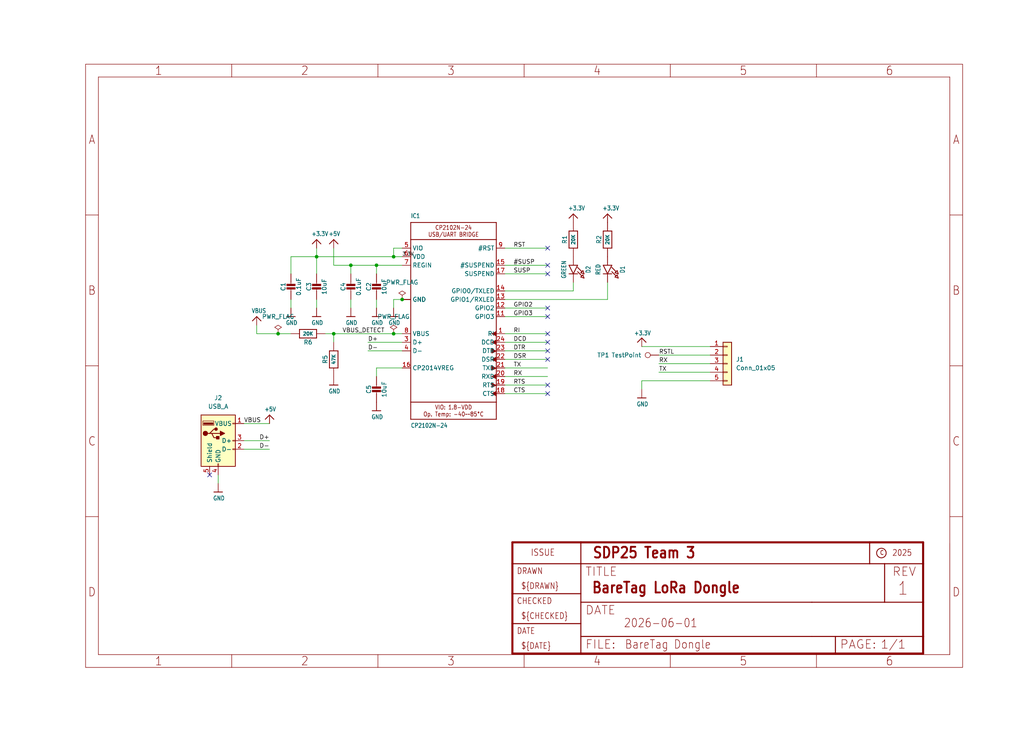
<source format=kicad_sch>
(kicad_sch (version 20231120) (generator "eeschema") (generator_version "8.0")
  (paper "User" 303.962 217.322)
  (title_block (title "BareTag LoRa Dongle") (date "2025-01-16") (rev "v1") (company "SDP25 Team 3"))
  (lib_symbols
    (symbol "Adafruit CP2102N Friend-eagle-import:microbuilder_3.3V" (power)
      (symbol "microbuilder_3.3V_1_0"
        (polyline (pts (xy -1.27 -1.27) (xy 0 0)) (stroke (width 0.254)))
        (polyline (pts (xy 0 0) (xy 1.27 -1.27)) (stroke (width 0.254)))
        (pin power_in line (at 0 -2.54 90) (length 2.54) (name "3.3V") (number "1"))
      )
    )
    (symbol "Adafruit CP2102N Friend-eagle-import:microbuilder_CAP_CERAMIC0603_NO"
      (property "Reference" "C" (at -2.29 1.25 90))
      (symbol "microbuilder_CAP_CERAMIC0603_NO_1_0"
        (rectangle (start -1.27 0.508) (end 1.27 1.016) (fill (type outline)))
        (rectangle (start -1.27 1.524) (end 1.27 2.032) (fill (type outline)))
        (polyline (pts (xy 0 0.762) (xy 0 0)) (stroke (width 0.1524)))
        (polyline (pts (xy 0 2.54) (xy 0 1.778)) (stroke (width 0.1524)))
        (pin passive line (at 0 5.08 270) (length 2.54) (name "1") (number "1"))
        (pin passive line (at 0 -2.54 90) (length 2.54) (name "2") (number "2"))
      )
    )
    (symbol "Adafruit CP2102N Friend-eagle-import:microbuilder_CAP_CERAMIC0805-NOOUTLINE"
      (property "Reference" "C" (at -2.29 1.25 90))
      (symbol "microbuilder_CAP_CERAMIC0805-NOOUTLINE_1_0"
        (rectangle (start -1.27 0.508) (end 1.27 1.016) (fill (type outline)))
        (rectangle (start -1.27 1.524) (end 1.27 2.032) (fill (type outline)))
        (polyline (pts (xy 0 0.762) (xy 0 0)) (stroke (width 0.1524)))
        (polyline (pts (xy 0 2.54) (xy 0 1.778)) (stroke (width 0.1524)))
        (pin passive line (at 0 5.08 270) (length 2.54) (name "1") (number "1"))
        (pin passive line (at 0 -2.54 90) (length 2.54) (name "2") (number "2"))
      )
    )
    (symbol "Adafruit CP2102N Friend-eagle-import:microbuilder_CP2102N-24"
      (property "Reference" "IC1" (at -12.7 29.21 0))
      (property "Value" "CP2102N-24" (at -12.7 -33.02 0))
      (symbol "microbuilder_CP2102N-24_1_0"
        (polyline (pts (xy -12.7 -30.48) (xy 12.7 -30.48)) (stroke (width 0.254)))
        (polyline (pts (xy -12.7 -25.4) (xy -12.7 -30.48)) (stroke (width 0.254)))
        (polyline (pts (xy -12.7 -25.4) (xy -12.7 22.86)) (stroke (width 0.254)))
        (polyline (pts (xy -12.7 22.86) (xy -12.7 27.94)) (stroke (width 0.254)))
        (polyline (pts (xy -12.7 22.86) (xy 12.7 22.86)) (stroke (width 0.254)))
        (polyline (pts (xy -12.7 27.94) (xy 12.7 27.94)) (stroke (width 0.254)))
        (polyline (pts (xy 12.7 -30.48) (xy 12.7 -25.4)) (stroke (width 0.254)))
        (polyline (pts (xy 12.7 -25.4) (xy -12.7 -25.4)) (stroke (width 0.254)))
        (polyline (pts (xy 12.7 22.86) (xy 12.7 -25.4)) (stroke (width 0.254)))
        (polyline (pts (xy 12.7 27.94) (xy 12.7 22.86)) (stroke (width 0.254)))
        (polyline (pts (xy 11.43 -19.685) (xy 11.43 -20.955) (xy 12.7 -20.32)) (stroke (width 0.254)) (fill (type outline)))
        (polyline (pts (xy 11.43 -14.605) (xy 11.43 -15.875) (xy 12.7 -15.24)) (stroke (width 0.254)) (fill (type outline)))
        (polyline (pts (xy 11.43 -9.525) (xy 11.43 -10.795) (xy 12.7 -10.16)) (stroke (width 0.254)) (fill (type outline)))
        (polyline (pts (xy 12.7 -22.225) (xy 11.43 -22.86) (xy 12.7 -23.495)) (stroke (width 0.254)) (fill (type outline)))
        (polyline (pts (xy 12.7 -17.145) (xy 11.43 -17.78) (xy 12.7 -18.415)) (stroke (width 0.254)) (fill (type outline)))
        (polyline (pts (xy 12.7 -12.065) (xy 11.43 -12.7) (xy 12.7 -13.335)) (stroke (width 0.254)) (fill (type outline)))
        (polyline (pts (xy 12.7 -6.985) (xy 11.43 -7.62) (xy 12.7 -8.255)) (stroke (width 0.254)) (fill (type outline)))
        (polyline (pts (xy 12.7 -4.445) (xy 11.43 -5.08) (xy 12.7 -5.715)) (stroke (width 0.254)) (fill (type outline)))
        (text "CP2102N-24\nUSB/UART BRIDGE" (at 0 25.4 0) (effects (font (size 1.27 1.0795))))
        (text "VIO: 1.8-VDD\nOp. Temp: -40~~85°C" (at 0 -27.94 0) (effects (font (size 1.27 1.0795))))
        (pin input line (at 15.24 -5.08 180) (length 2.54) (name "RI") (number "1"))
        (pin bidirectional line (at 15.24 0 180) (length 2.54) (name "GPIO3") (number "11"))
        (pin bidirectional line (at 15.24 2.54 180) (length 2.54) (name "GPIO2") (number "12"))
        (pin bidirectional line (at 15.24 5.08 180) (length 2.54) (name "GPIO1/RXLED") (number "13"))
        (pin bidirectional line (at 15.24 7.62 180) (length 2.54) (name "GPIO0/TXLED") (number "14"))
        (pin output line (at 15.24 15.24 180) (length 2.54) (name "#SUSPEND") (number "15"))
        (pin passive line (at -15.24 -15.24 0) (length 2.54) (name "CP2014VREG") (number "16"))
        (pin output line (at 15.24 12.7 180) (length 2.54) (name "SUSPEND") (number "17"))
        (pin input line (at 15.24 -22.86 180) (length 2.54) (name "CTS") (number "18"))
        (pin output line (at 15.24 -20.32 180) (length 2.54) (name "RTS") (number "19"))
        (pin power_in line (at -15.24 5.08 0) (length 2.54) (name "GND") (number "2"))
        (pin input line (at 15.24 -17.78 180) (length 2.54) (name "RXD") (number "20"))
        (pin output line (at 15.24 -15.24 180) (length 2.54) (name "TXD") (number "21"))
        (pin input line (at 15.24 -12.7 180) (length 2.54) (name "DSR") (number "22"))
        (pin output line (at 15.24 -10.16 180) (length 2.54) (name "DTR") (number "23"))
        (pin input line (at 15.24 -7.62 180) (length 2.54) (name "DCD") (number "24"))
        (pin bidirectional line (at -15.24 -7.62 0) (length 2.54) (name "D+") (number "3"))
        (pin bidirectional line (at -15.24 -10.16 0) (length 2.54) (name "D-") (number "4"))
        (pin power_in line (at -15.24 20.32 0) (length 2.54) (name "VIO") (number "5"))
        (pin power_out line (at -15.24 17.78 0) (length 2.54) (name "VDD") (number "6"))
        (pin power_in line (at -15.24 15.24 0) (length 2.54) (name "REGIN") (number "7"))
        (pin power_in line (at -15.24 -5.08 0) (length 2.54) (name "VBUS") (number "8"))
        (pin bidirectional line (at 15.24 20.32 180) (length 2.54) (name "#RST") (number "9"))
        (pin power_in line (at -15.24 5.08 0) (length 2.54) (name "GND") (number "THERM"))
      )
    )
    (symbol "Adafruit CP2102N Friend-eagle-import:microbuilder_FRAME_A4"
      (symbol "microbuilder_FRAME_A4_1_0"
        (polyline (pts (xy 0 44.7675) (xy 3.81 44.7675)))
        (polyline (pts (xy 0 89.535) (xy 3.81 89.535)))
        (polyline (pts (xy 0 134.3025) (xy 3.81 134.3025)))
        (polyline (pts (xy 3.81 3.81) (xy 3.81 175.26)))
        (polyline (pts (xy 43.3917 0) (xy 43.3917 3.81)))
        (polyline (pts (xy 43.3917 175.26) (xy 43.3917 179.07)))
        (polyline (pts (xy 86.7833 0) (xy 86.7833 3.81)))
        (polyline (pts (xy 86.7833 175.26) (xy 86.7833 179.07)))
        (polyline (pts (xy 130.175 0) (xy 130.175 3.81)))
        (polyline (pts (xy 130.175 175.26) (xy 130.175 179.07)))
        (polyline (pts (xy 173.5667 0) (xy 173.5667 3.81)))
        (polyline (pts (xy 173.5667 175.26) (xy 173.5667 179.07)))
        (polyline (pts (xy 216.9583 0) (xy 216.9583 3.81)))
        (polyline (pts (xy 216.9583 175.26) (xy 216.9583 179.07)))
        (polyline (pts (xy 256.54 3.81) (xy 3.81 3.81)))
        (polyline (pts (xy 256.54 3.81) (xy 256.54 8.89)) (stroke (width 0.1016)))
        (polyline (pts (xy 256.54 3.81) (xy 256.54 175.26)))
        (polyline (pts (xy 256.54 8.89) (xy 256.54 13.97)) (stroke (width 0.1016)))
        (polyline (pts (xy 256.54 13.97) (xy 256.54 19.05)) (stroke (width 0.1016)))
        (polyline (pts (xy 256.54 19.05) (xy 256.54 36.83)) (stroke (width 0.1016)))
        (polyline (pts (xy 256.54 44.7675) (xy 260.35 44.7675)))
        (polyline (pts (xy 256.54 89.535) (xy 260.35 89.535)))
        (polyline (pts (xy 256.54 134.3025) (xy 260.35 134.3025)))
        (polyline (pts (xy 256.54 175.26) (xy 3.81 175.26)))
        (polyline (pts (xy 0 0) (xy 260.35 0) (xy 260.35 179.07) (xy 0 179.07) (xy 0 0)))
        (text "1" (at 21.6958 1.905 0) (effects (font (size 2.54 2.286))))
        (text "1" (at 21.6958 177.165 0) (effects (font (size 2.54 2.286))))
        (text "2" (at 65.0875 1.905 0) (effects (font (size 2.54 2.286))))
        (text "2" (at 65.0875 177.165 0) (effects (font (size 2.54 2.286))))
        (text "3" (at 108.4792 1.905 0) (effects (font (size 2.54 2.286))))
        (text "3" (at 108.4792 177.165 0) (effects (font (size 2.54 2.286))))
        (text "4" (at 151.8708 1.905 0) (effects (font (size 2.54 2.286))))
        (text "4" (at 151.8708 177.165 0) (effects (font (size 2.54 2.286))))
        (text "5" (at 195.2625 1.905 0) (effects (font (size 2.54 2.286))))
        (text "5" (at 195.2625 177.165 0) (effects (font (size 2.54 2.286))))
        (text "6" (at 238.6542 1.905 0) (effects (font (size 2.54 2.286))))
        (text "6" (at 238.6542 177.165 0) (effects (font (size 2.54 2.286))))
        (text "A" (at 1.905 156.6863 0) (effects (font (size 2.54 2.286))))
        (text "A" (at 258.445 156.6863 0) (effects (font (size 2.54 2.286))))
        (text "B" (at 1.905 111.9188 0) (effects (font (size 2.54 2.286))))
        (text "B" (at 258.445 111.9188 0) (effects (font (size 2.54 2.286))))
        (text "C" (at 1.905 67.1513 0) (effects (font (size 2.54 2.286))))
        (text "C" (at 258.445 67.1513 0) (effects (font (size 2.54 2.286))))
        (text "D" (at 1.905 22.3838 0) (effects (font (size 2.54 2.286))))
        (text "D" (at 258.445 22.3838 0) (effects (font (size 2.54 2.286))))
      )
      (symbol "microbuilder_FRAME_A4_2_0"
        (polyline (pts (xy -0.3048 1.5748) (xy 20.0152 1.5748)) (stroke (width 0.6096)))
        (polyline (pts (xy -0.3048 10.4648) (xy -0.3048 1.5748)) (stroke (width 0.6096)))
        (polyline (pts (xy -0.3048 10.4648) (xy 20.0152 10.4648)) (stroke (width 0.3048)))
        (polyline (pts (xy -0.3048 19.3548) (xy -0.3048 10.4648)) (stroke (width 0.6096)))
        (polyline (pts (xy -0.3048 19.3548) (xy 20.0152 19.3548)) (stroke (width 0.3048)))
        (polyline (pts (xy -0.3048 28.2448) (xy -0.3048 19.3548)) (stroke (width 0.6096)))
        (polyline (pts (xy -0.3048 28.2448) (xy 20.0152 28.2448)) (stroke (width 0.3048)))
        (polyline (pts (xy -0.3048 34.5948) (xy -0.3048 28.2448)) (stroke (width 0.6096)))
        (polyline (pts (xy 20.0152 1.5748) (xy 20.0152 6.6548)) (stroke (width 0.3048)))
        (polyline (pts (xy 20.0152 1.5748) (xy 95.5802 1.5748)) (stroke (width 0.6096)))
        (polyline (pts (xy 20.0152 6.6548) (xy 20.0152 10.4648)) (stroke (width 0.3048)))
        (polyline (pts (xy 20.0152 6.6548) (xy 88.5952 6.6548)) (stroke (width 0.3048)))
        (polyline (pts (xy 20.0152 10.4648) (xy 20.0152 16.8148)) (stroke (width 0.3048)))
        (polyline (pts (xy 20.0152 16.8148) (xy 20.0152 19.3548)) (stroke (width 0.3048)))
        (polyline (pts (xy 20.0152 19.3548) (xy 20.0152 28.2448)) (stroke (width 0.3048)))
        (polyline (pts (xy 20.0152 28.2448) (xy 20.0152 34.5948)) (stroke (width 0.3048)))
        (polyline (pts (xy 20.0152 28.2448) (xy 105.7402 28.2448)) (stroke (width 0.3048)))
        (polyline (pts (xy 20.0152 34.5948) (xy -0.3048 34.5948)) (stroke (width 0.6096)))
        (polyline (pts (xy 88.5952 6.6548) (xy 95.5802 6.6548)) (stroke (width 0.3048)))
        (polyline (pts (xy 88.5952 16.8148) (xy 20.0152 16.8148)) (stroke (width 0.3048)))
        (polyline (pts (xy 95.5802 1.5748) (xy 121.6152 1.5748)) (stroke (width 0.6096)))
        (polyline (pts (xy 95.5802 6.6548) (xy 95.5802 1.5748)) (stroke (width 0.3048)))
        (polyline (pts (xy 95.5802 6.6548) (xy 121.6152 6.6548)) (stroke (width 0.3048)))
        (polyline (pts (xy 105.7402 28.2448) (xy 105.7402 34.5948)) (stroke (width 0.3048)))
        (polyline (pts (xy 105.7402 28.2448) (xy 110.1852 28.2448)) (stroke (width 0.3048)))
        (polyline (pts (xy 105.7402 34.5948) (xy 20.0152 34.5948)) (stroke (width 0.6096)))
        (polyline (pts (xy 110.1852 16.8148) (xy 88.5952 16.8148)) (stroke (width 0.3048)))
        (polyline (pts (xy 110.1852 28.2448) (xy 110.1852 16.8148)) (stroke (width 0.3048)))
        (polyline (pts (xy 110.1852 28.2448) (xy 121.6152 28.2448)) (stroke (width 0.3048)))
        (polyline (pts (xy 121.6152 6.6548) (xy 121.6152 1.5748)) (stroke (width 0.6096)))
        (polyline (pts (xy 121.6152 16.8148) (xy 110.1852 16.8148)) (stroke (width 0.3048)))
        (polyline (pts (xy 121.6152 16.8148) (xy 121.6152 6.6548)) (stroke (width 0.6096)))
        (polyline (pts (xy 121.6152 28.2448) (xy 121.6152 16.8148)) (stroke (width 0.6096)))
        (polyline (pts (xy 121.6152 34.5948) (xy 105.7402 34.5948)) (stroke (width 0.6096)))
        (polyline (pts (xy 121.6152 34.5948) (xy 121.6152 28.2448)) (stroke (width 0.6096)))
        (circle (center 109.2327 31.4198) (radius 1.4199) (stroke (width 0.254)))
        (text "${CHECKED}" (at 2.2352 11.7348 0) (effects (font (size 1.778 1.5113)) (justify left bottom)))
        (text "${COMPANY}" (at 23.349 29.6735 0) (effects (font (size 3.175 2.6987) (thickness 0.5397) (bold yes)) (justify left bottom)))
        (text "${CURRENT_DATE}" (at 32.7152 9.1948 0) (effects (font (size 2.54 2.159)) (justify left bottom)))
        (text "${DATE}" (at 2.2352 2.8448 0) (effects (font (size 1.778 1.5113)) (justify left bottom)))
        (text "${DRAWN}" (at 2.2352 20.6248 0) (effects (font (size 1.778 1.5113)) (justify left bottom)))
        (text "${TITLE}" (at 23.114 19.304 0) (effects (font (size 3.175 2.6987) (thickness 0.5397) (bold yes)) (justify left bottom)))
        (text "1" (at 113.9952 18.7198 0) (effects (font (size 3.81 3.2385)) (justify left bottom)))
        (text "1/1" (at 108.9152 2.8448 0) (effects (font (size 2.54 2.54)) (justify left bottom)))
        (text "2025\n" (at 112.4077 30.4673 0) (effects (font (size 1.778 1.5113)) (justify left bottom)))
        (text "BareTag Dongle" (at 33.0327 2.8448 0) (effects (font (size 2.54 2.159)) (justify left bottom)))
        (text "C" (at 108.7564 30.7848 0) (effects (font (size 1.27 1.0795)) (justify left bottom)))
        (text "CHECKED" (at 0.9652 16.1798 0) (effects (font (size 1.778 1.5113)) (justify left bottom)))
        (text "DATE" (at 0.9652 7.2898 0) (effects (font (size 1.778 1.5113)) (justify left bottom)))
        (text "DATE" (at 21.2852 13.0048 0) (effects (font (size 2.54 2.54)) (justify left bottom)))
        (text "DRAWN" (at 0.9652 25.0698 0) (effects (font (size 1.778 1.5113)) (justify left bottom)))
        (text "FILE:" (at 21.2852 2.8448 0) (effects (font (size 2.54 2.54)) (justify left bottom)))
        (text "ISSUE" (at 5.0927 30.4673 0) (effects (font (size 1.9304 1.6408)) (justify left bottom)))
        (text "PAGE:" (at 96.8502 2.8448 0) (effects (font (size 2.54 2.54)) (justify left bottom)))
        (text "REV" (at 112.4077 24.4348 0) (effects (font (size 2.54 2.54)) (justify left bottom)))
        (text "TITLE" (at 21.2852 24.4348 0) (effects (font (size 2.54 2.54)) (justify left bottom)))
      )
    )
    (symbol "Adafruit CP2102N Friend-eagle-import:microbuilder_GND" (power)
      (symbol "microbuilder_GND_1_0"
        (polyline (pts (xy -1.27 0) (xy 1.27 0)) (stroke (width 0.254)))
        (pin power_in line (at 0 2.54 270) (length 2.54) (name "GND") (number "1"))
      )
    )
    (symbol "Adafruit CP2102N Friend-eagle-import:microbuilder_LED0603_NOOUTLINE"
      (property "Reference" "D" (at -1.27 4.445 0))
      (symbol "microbuilder_LED0603_NOOUTLINE_1_0"
        (polyline (pts (xy -2.54 -1.27) (xy 0 0)) (stroke (width 0.254)))
        (polyline (pts (xy -2.54 1.27) (xy -2.54 -1.27)) (stroke (width 0.254)))
        (polyline (pts (xy -1.905 1.27) (xy -0.635 2.54)) (stroke (width 0.254)))
        (polyline (pts (xy -0.9525 2.8575) (xy -0.3175 2.2225)) (stroke (width 0.254)))
        (polyline (pts (xy -0.635 1.27) (xy 0.635 2.54)) (stroke (width 0.254)))
        (polyline (pts (xy -0.3175 2.2225) (xy 0 3.175)) (stroke (width 0.254)))
        (polyline (pts (xy 0 0) (xy -2.54 1.27)) (stroke (width 0.254)))
        (polyline (pts (xy 0 0) (xy 0 -1.27)) (stroke (width 0.254)))
        (polyline (pts (xy 0 1.27) (xy 0 0)) (stroke (width 0.254)))
        (polyline (pts (xy 0 3.175) (xy -0.9525 2.8575)) (stroke (width 0.254)))
        (polyline (pts (xy 0.3175 2.8575) (xy 0.9525 2.2225)) (stroke (width 0.254)))
        (polyline (pts (xy 0.9525 2.2225) (xy 1.27 3.175)) (stroke (width 0.254)))
        (polyline (pts (xy 1.27 3.175) (xy 0.3175 2.8575)) (stroke (width 0.254)))
        (pin passive line (at -5.08 0 0) (length 2.54) (name "A") (number "A"))
        (pin passive line (at 2.54 0 180) (length 2.54) (name "C") (number "C"))
      )
    )
    (symbol "Adafruit CP2102N Friend-eagle-import:microbuilder_RESISTOR_0603_NOOUT"
      (property "Reference" "R" (at 0 2.54 0))
      (symbol "microbuilder_RESISTOR_0603_NOOUT_1_0"
        (polyline (pts (xy -2.54 -1.27) (xy -2.54 1.27)) (stroke (width 0.254)))
        (polyline (pts (xy -2.54 1.27) (xy 2.54 1.27)) (stroke (width 0.254)))
        (polyline (pts (xy 2.54 -1.27) (xy -2.54 -1.27)) (stroke (width 0.254)))
        (polyline (pts (xy 2.54 1.27) (xy 2.54 -1.27)) (stroke (width 0.254)))
        (pin passive line (at -5.08 0 0) (length 2.54) (name "1") (number "1"))
        (pin passive line (at 5.08 0 180) (length 2.54) (name "2") (number "2"))
      )
    )
    (symbol "Adafruit CP2102N Friend-eagle-import:microbuilder_VBUS" (power)
      (symbol "microbuilder_VBUS_1_0"
        (polyline (pts (xy -1.27 -1.27) (xy 0 0)) (stroke (width 0.254)))
        (polyline (pts (xy 0 0) (xy 1.27 -1.27)) (stroke (width 0.254)))
        (pin power_in line (at 0 -2.54 90) (length 2.54) (name "VBUS") (number "1"))
      )
    )
    (symbol "Connector:TestPoint" (pin_numbers hide) (pin_names (offset 0.762) hide)
      (property "Reference" "TP" (at 0 6.858 0))
      (property "Value" "TestPoint" (at 0 5.08 0))
      (symbol "TestPoint_0_1"
        (circle (center 0 3.302) (radius 0.762))
      )
      (symbol "TestPoint_1_1"
        (pin passive line (at 0 0 90) (length 2.54) (name "1") (number "1"))
      )
    )
    (symbol "Connector:USB_A" (pin_names (offset 1.016))
      (property "Reference" "J" (at -5.08 11.43 0))
      (property "Value" "USB_A" (at -5.08 8.89 0))
      (symbol "USB_A_0_1"
        (rectangle (start -5.08 -7.62) (end 5.08 7.62) (stroke (width 0.254)) (fill (type background)))
        (circle (center -3.81 2.159) (radius 0.635) (stroke (width 0.254)) (fill (type outline)))
        (rectangle (start -1.524 4.826) (end -4.318 5.334) (fill (type outline)))
        (rectangle (start -1.27 4.572) (end -4.572 5.842))
        (circle (center -0.635 3.429) (radius 0.381) (stroke (width 0.254)) (fill (type outline)))
        (rectangle (start -0.127 -7.62) (end 0.127 -6.858))
        (polyline (pts (xy -3.175 2.159) (xy -2.54 2.159) (xy -1.27 3.429) (xy -0.635 3.429)) (stroke (width 0.254)))
        (polyline (pts (xy -2.54 2.159) (xy -1.905 2.159) (xy -1.27 0.889) (xy 0 0.889)) (stroke (width 0.254)))
        (polyline (pts (xy 0.635 2.794) (xy 0.635 1.524) (xy 1.905 2.159) (xy 0.635 2.794)) (stroke (width 0.254)) (fill (type outline)))
        (rectangle (start 0.254 1.27) (end -0.508 0.508) (stroke (width 0.254)) (fill (type outline)))
        (rectangle (start 5.08 -2.667) (end 4.318 -2.413))
        (rectangle (start 5.08 -0.127) (end 4.318 0.127))
        (rectangle (start 5.08 4.953) (end 4.318 5.207))
      )
      (symbol "USB_A_1_1"
        (polyline (pts (xy -1.905 2.159) (xy 0.635 2.159)) (stroke (width 0.254)))
        (pin power_in line (at 7.62 5.08 180) (length 2.54) (name "VBUS") (number "1"))
        (pin bidirectional line (at 7.62 -2.54 180) (length 2.54) (name "D-") (number "2"))
        (pin bidirectional line (at 7.62 0 180) (length 2.54) (name "D+") (number "3"))
        (pin power_in line (at 0 -10.16 90) (length 2.54) (name "GND") (number "4"))
        (pin passive line (at -2.54 -10.16 90) (length 2.54) (name "Shield") (number "5"))
      )
    )
    (symbol "Connector_Generic:Conn_01x05" (pin_names (offset 1.016) hide)
      (property "Reference" "J" (at 0 7.62 0))
      (property "Value" "Conn_01x05" (at 0 -7.62 0))
      (symbol "Conn_01x05_1_1"
        (rectangle (start -1.27 -4.953) (end 0 -5.207) (stroke (width 0.1524)))
        (rectangle (start -1.27 -2.413) (end 0 -2.667) (stroke (width 0.1524)))
        (rectangle (start -1.27 0.127) (end 0 -0.127) (stroke (width 0.1524)))
        (rectangle (start -1.27 2.667) (end 0 2.413) (stroke (width 0.1524)))
        (rectangle (start -1.27 5.207) (end 0 4.953) (stroke (width 0.1524)))
        (rectangle (start -1.27 6.35) (end 1.27 -6.35) (stroke (width 0.254)) (fill (type background)))
        (pin passive line (at -5.08 5.08 0) (length 3.81) (name "Pin_1") (number "1"))
        (pin passive line (at -5.08 2.54 0) (length 3.81) (name "Pin_2") (number "2"))
        (pin passive line (at -5.08 0 0) (length 3.81) (name "Pin_3") (number "3"))
        (pin passive line (at -5.08 -2.54 0) (length 3.81) (name "Pin_4") (number "4"))
        (pin passive line (at -5.08 -5.08 0) (length 3.81) (name "Pin_5") (number "5"))
      )
    )
    (symbol "microbuilder_FRAME_A4_1"
      (symbol "microbuilder_FRAME_A4_1_1_0"
        (polyline (pts (xy 0 44.7675) (xy 3.81 44.7675)))
        (polyline (pts (xy 0 89.535) (xy 3.81 89.535)))
        (polyline (pts (xy 0 134.3025) (xy 3.81 134.3025)))
        (polyline (pts (xy 3.81 3.81) (xy 3.81 175.26)))
        (polyline (pts (xy 43.3917 0) (xy 43.3917 3.81)))
        (polyline (pts (xy 43.3917 175.26) (xy 43.3917 179.07)))
        (polyline (pts (xy 86.7833 0) (xy 86.7833 3.81)))
        (polyline (pts (xy 86.7833 175.26) (xy 86.7833 179.07)))
        (polyline (pts (xy 130.175 0) (xy 130.175 3.81)))
        (polyline (pts (xy 130.175 175.26) (xy 130.175 179.07)))
        (polyline (pts (xy 173.5667 0) (xy 173.5667 3.81)))
        (polyline (pts (xy 173.5667 175.26) (xy 173.5667 179.07)))
        (polyline (pts (xy 216.9583 0) (xy 216.9583 3.81)))
        (polyline (pts (xy 216.9583 175.26) (xy 216.9583 179.07)))
        (polyline (pts (xy 256.54 3.81) (xy 3.81 3.81)))
        (polyline (pts (xy 256.54 3.81) (xy 256.54 8.89)) (stroke (width 0.1016)))
        (polyline (pts (xy 256.54 3.81) (xy 256.54 175.26)))
        (polyline (pts (xy 256.54 8.89) (xy 256.54 13.97)) (stroke (width 0.1016)))
        (polyline (pts (xy 256.54 13.97) (xy 256.54 19.05)) (stroke (width 0.1016)))
        (polyline (pts (xy 256.54 19.05) (xy 256.54 36.83)) (stroke (width 0.1016)))
        (polyline (pts (xy 256.54 44.7675) (xy 260.35 44.7675)))
        (polyline (pts (xy 256.54 89.535) (xy 260.35 89.535)))
        (polyline (pts (xy 256.54 134.3025) (xy 260.35 134.3025)))
        (polyline (pts (xy 256.54 175.26) (xy 3.81 175.26)))
        (polyline (pts (xy 0 0) (xy 260.35 0) (xy 260.35 179.07) (xy 0 179.07) (xy 0 0)))
        (text "1" (at 21.6958 1.905 0) (effects (font (size 2.54 2.286))))
        (text "1" (at 21.6958 177.165 0) (effects (font (size 2.54 2.286))))
        (text "2" (at 65.0875 1.905 0) (effects (font (size 2.54 2.286))))
        (text "2" (at 65.0875 177.165 0) (effects (font (size 2.54 2.286))))
        (text "3" (at 108.4792 1.905 0) (effects (font (size 2.54 2.286))))
        (text "3" (at 108.4792 177.165 0) (effects (font (size 2.54 2.286))))
        (text "4" (at 151.8708 1.905 0) (effects (font (size 2.54 2.286))))
        (text "4" (at 151.8708 177.165 0) (effects (font (size 2.54 2.286))))
        (text "5" (at 195.2625 1.905 0) (effects (font (size 2.54 2.286))))
        (text "5" (at 195.2625 177.165 0) (effects (font (size 2.54 2.286))))
        (text "6" (at 238.6542 1.905 0) (effects (font (size 2.54 2.286))))
        (text "6" (at 238.6542 177.165 0) (effects (font (size 2.54 2.286))))
        (text "A" (at 1.905 156.6863 0) (effects (font (size 2.54 2.286))))
        (text "A" (at 258.445 156.6863 0) (effects (font (size 2.54 2.286))))
        (text "B" (at 1.905 111.9188 0) (effects (font (size 2.54 2.286))))
        (text "B" (at 258.445 111.9188 0) (effects (font (size 2.54 2.286))))
        (text "C" (at 1.905 67.1513 0) (effects (font (size 2.54 2.286))))
        (text "C" (at 258.445 67.1513 0) (effects (font (size 2.54 2.286))))
        (text "D" (at 1.905 22.3838 0) (effects (font (size 2.54 2.286))))
        (text "D" (at 258.445 22.3838 0) (effects (font (size 2.54 2.286))))
      )
      (symbol "microbuilder_FRAME_A4_1_2_0"
        (polyline (pts (xy -0.3048 1.5748) (xy 20.0152 1.5748)) (stroke (width 0.6096)))
        (polyline (pts (xy -0.3048 10.4648) (xy -0.3048 1.5748)) (stroke (width 0.6096)))
        (polyline (pts (xy -0.3048 10.4648) (xy 20.0152 10.4648)) (stroke (width 0.3048)))
        (polyline (pts (xy -0.3048 19.3548) (xy -0.3048 10.4648)) (stroke (width 0.6096)))
        (polyline (pts (xy -0.3048 19.3548) (xy 20.0152 19.3548)) (stroke (width 0.3048)))
        (polyline (pts (xy -0.3048 28.2448) (xy -0.3048 19.3548)) (stroke (width 0.6096)))
        (polyline (pts (xy -0.3048 28.2448) (xy 20.0152 28.2448)) (stroke (width 0.3048)))
        (polyline (pts (xy -0.3048 34.5948) (xy -0.3048 28.2448)) (stroke (width 0.6096)))
        (polyline (pts (xy 20.0152 1.5748) (xy 20.0152 6.6548)) (stroke (width 0.3048)))
        (polyline (pts (xy 20.0152 1.5748) (xy 95.5802 1.5748)) (stroke (width 0.6096)))
        (polyline (pts (xy 20.0152 6.6548) (xy 20.0152 10.4648)) (stroke (width 0.3048)))
        (polyline (pts (xy 20.0152 6.6548) (xy 88.5952 6.6548)) (stroke (width 0.3048)))
        (polyline (pts (xy 20.0152 10.4648) (xy 20.0152 16.8148)) (stroke (width 0.3048)))
        (polyline (pts (xy 20.0152 16.8148) (xy 20.0152 19.3548)) (stroke (width 0.3048)))
        (polyline (pts (xy 20.0152 19.3548) (xy 20.0152 28.2448)) (stroke (width 0.3048)))
        (polyline (pts (xy 20.0152 28.2448) (xy 20.0152 34.5948)) (stroke (width 0.3048)))
        (polyline (pts (xy 20.0152 28.2448) (xy 105.7402 28.2448)) (stroke (width 0.3048)))
        (polyline (pts (xy 20.0152 34.5948) (xy -0.3048 34.5948)) (stroke (width 0.6096)))
        (polyline (pts (xy 88.5952 6.6548) (xy 95.5802 6.6548)) (stroke (width 0.3048)))
        (polyline (pts (xy 88.5952 16.8148) (xy 20.0152 16.8148)) (stroke (width 0.3048)))
        (polyline (pts (xy 95.5802 1.5748) (xy 121.6152 1.5748)) (stroke (width 0.6096)))
        (polyline (pts (xy 95.5802 6.6548) (xy 95.5802 1.5748)) (stroke (width 0.3048)))
        (polyline (pts (xy 95.5802 6.6548) (xy 121.6152 6.6548)) (stroke (width 0.3048)))
        (polyline (pts (xy 105.7402 28.2448) (xy 105.7402 34.5948)) (stroke (width 0.3048)))
        (polyline (pts (xy 105.7402 28.2448) (xy 110.1852 28.2448)) (stroke (width 0.3048)))
        (polyline (pts (xy 105.7402 34.5948) (xy 20.0152 34.5948)) (stroke (width 0.6096)))
        (polyline (pts (xy 110.1852 16.8148) (xy 88.5952 16.8148)) (stroke (width 0.3048)))
        (polyline (pts (xy 110.1852 28.2448) (xy 110.1852 16.8148)) (stroke (width 0.3048)))
        (polyline (pts (xy 110.1852 28.2448) (xy 121.6152 28.2448)) (stroke (width 0.3048)))
        (polyline (pts (xy 121.6152 6.6548) (xy 121.6152 1.5748)) (stroke (width 0.6096)))
        (polyline (pts (xy 121.6152 16.8148) (xy 110.1852 16.8148)) (stroke (width 0.3048)))
        (polyline (pts (xy 121.6152 16.8148) (xy 121.6152 6.6548)) (stroke (width 0.6096)))
        (polyline (pts (xy 121.6152 28.2448) (xy 121.6152 16.8148)) (stroke (width 0.6096)))
        (polyline (pts (xy 121.6152 34.5948) (xy 105.7402 34.5948)) (stroke (width 0.6096)))
        (polyline (pts (xy 121.6152 34.5948) (xy 121.6152 28.2448)) (stroke (width 0.6096)))
        (circle (center 109.2327 31.4198) (radius 1.4199) (stroke (width 0.254)))
        (text "${CHECKED}" (at 2.2352 11.7348 0) (effects (font (size 1.778 1.5113)) (justify left bottom)))
        (text "${COMPANY}" (at 23.349 29.6735 0) (effects (font (size 3.175 2.6987) (thickness 0.5397) (bold yes)) (justify left bottom)))
        (text "${CURRENT_DATE}" (at 32.7152 9.1948 0) (effects (font (size 2.54 2.159)) (justify left bottom)))
        (text "${DATE}" (at 2.2352 2.8448 0) (effects (font (size 1.778 1.5113)) (justify left bottom)))
        (text "${DRAWN}" (at 2.2352 20.6248 0) (effects (font (size 1.778 1.5113)) (justify left bottom)))
        (text "${TITLE}" (at 23.114 19.304 0) (effects (font (size 3.175 2.6987) (thickness 0.5397) (bold yes)) (justify left bottom)))
        (text "1" (at 113.9952 18.7198 0) (effects (font (size 3.81 3.2385)) (justify left bottom)))
        (text "1/1" (at 108.9152 2.8448 0) (effects (font (size 2.54 2.54)) (justify left bottom)))
        (text "2025\n" (at 112.4077 30.4673 0) (effects (font (size 1.778 1.5113)) (justify left bottom)))
        (text "BareTag Dongle" (at 33.0327 2.8448 0) (effects (font (size 2.54 2.159)) (justify left bottom)))
        (text "C" (at 108.7564 30.7848 0) (effects (font (size 1.27 1.0795)) (justify left bottom)))
        (text "CHECKED" (at 0.9652 16.1798 0) (effects (font (size 1.778 1.5113)) (justify left bottom)))
        (text "DATE" (at 0.9652 7.2898 0) (effects (font (size 1.778 1.5113)) (justify left bottom)))
        (text "DATE" (at 21.2852 13.0048 0) (effects (font (size 2.54 2.54)) (justify left bottom)))
        (text "DRAWN" (at 0.9652 25.0698 0) (effects (font (size 1.778 1.5113)) (justify left bottom)))
        (text "FILE:" (at 21.2852 2.8448 0) (effects (font (size 2.54 2.54)) (justify left bottom)))
        (text "ISSUE" (at 5.0927 30.4673 0) (effects (font (size 1.9304 1.6408)) (justify left bottom)))
        (text "PAGE:" (at 96.8502 2.8448 0) (effects (font (size 2.54 2.54)) (justify left bottom)))
        (text "REV" (at 112.4077 24.4348 0) (effects (font (size 2.54 2.54)) (justify left bottom)))
        (text "TITLE" (at 21.2852 24.4348 0) (effects (font (size 2.54 2.54)) (justify left bottom)))
      )
    )
    (symbol "power:PWR_FLAG" (power) (pin_numbers hide) (pin_names (offset 0) hide)
      (property "Value" "PWR_FLAG" (at 0 3.81 0))
      (symbol "PWR_FLAG_0_0"
        (pin power_out line (at 0 0 90) (length 0) (name "~") (number "1"))
      )
      (symbol "PWR_FLAG_0_1"
        (polyline (pts (xy 0 0) (xy 0 1.27) (xy -1.016 1.905) (xy 0 2.54) (xy 1.016 1.905) (xy 0 1.27)))
      )
    )
  )
  (junction (at 99.06 99.06))
  (junction (at 111.76 78.74))
  (junction (at 82.55 99.06))
  (junction (at 116.84 99.06))
  (junction (at 119.38 88.9))
  (junction (at 104.14 78.74))
  (junction (at 93.98 76.2))
  (junction (at 116.84 76.2))
  (no_connect (at 162.56 99.06))
  (no_connect (at 62.23 140.97))
  (no_connect (at 162.56 101.6))
  (no_connect (at 162.56 91.44))
  (no_connect (at 162.56 116.84))
  (no_connect (at 162.56 104.14))
  (no_connect (at 162.56 93.98))
  (no_connect (at 162.56 114.3))
  (no_connect (at 162.56 81.28))
  (no_connect (at 162.56 106.68))
  (no_connect (at 162.56 73.66))
  (no_connect (at 162.56 78.74))
  (wire (pts (xy 116.84 76.2) (xy 93.98 76.2)) (stroke (width 0.1524)))
  (wire (pts (xy 104.14 88.9) (xy 104.14 91.44)) (stroke (width 0.1524)))
  (wire (pts (xy 149.86 106.68) (xy 162.56 106.68)) (stroke (width 0.1524)))
  (wire (pts (xy 104.14 78.74) (xy 99.06 78.74)) (stroke (width 0.1524)))
  (wire (pts (xy 111.76 109.22) (xy 111.76 111.76)) (stroke (width 0.1524)))
  (wire (pts (xy 72.39 125.73) (xy 80.01 125.73)))
  (wire (pts (xy 104.14 78.74) (xy 104.14 81.28)) (stroke (width 0.1524)))
  (wire (pts (xy 86.36 99.06) (xy 82.55 99.06)) (stroke (width 0.1524)))
  (wire (pts (xy 149.86 88.9) (xy 180.34 88.9)) (stroke (width 0.1524)))
  (wire (pts (xy 109.22 104.14) (xy 119.38 104.14)) (stroke (width 0.1524)))
  (wire (pts (xy 149.86 109.22) (xy 162.56 109.22)) (stroke (width 0.1524)))
  (wire (pts (xy 149.86 73.66) (xy 162.56 73.66)) (stroke (width 0.1524)))
  (wire (pts (xy 76.2 99.06) (xy 76.2 96.52)) (stroke (width 0.1524)))
  (wire (pts (xy 82.55 99.06) (xy 76.2 99.06)) (stroke (width 0.1524)))
  (wire (pts (xy 93.98 76.2) (xy 93.98 73.66)) (stroke (width 0.1524)))
  (wire (pts (xy 195.58 105.41) (xy 210.82 105.41)) (stroke (width 0.1524)))
  (wire (pts (xy 119.38 99.06) (xy 116.84 99.06)) (stroke (width 0.1524)))
  (wire (pts (xy 210.82 107.95) (xy 195.58 107.95)) (stroke (width 0.1524)))
  (wire (pts (xy 119.38 78.74) (xy 111.76 78.74)) (stroke (width 0.1524)))
  (wire (pts (xy 109.22 101.6) (xy 119.38 101.6)) (stroke (width 0.1524)))
  (wire (pts (xy 119.38 73.66) (xy 116.84 73.66)) (stroke (width 0.1524)))
  (wire (pts (xy 64.77 140.97) (xy 64.77 143.51)))
  (wire (pts (xy 93.98 76.2) (xy 93.98 81.28)) (stroke (width 0.1524)))
  (wire (pts (xy 162.56 111.76) (xy 149.86 111.76)) (stroke (width 0.1524)))
  (wire (pts (xy 116.84 73.66) (xy 116.84 76.2)) (stroke (width 0.1524)))
  (wire (pts (xy 149.86 104.14) (xy 162.56 104.14)) (stroke (width 0.1524)))
  (wire (pts (xy 180.34 83.82) (xy 180.34 88.9)) (stroke (width 0.1524)))
  (wire (pts (xy 111.76 88.9) (xy 111.76 91.44)) (stroke (width 0.1524)))
  (wire (pts (xy 210.82 113.03) (xy 190.5 113.03)) (stroke (width 0.1524)))
  (wire (pts (xy 210.82 110.49) (xy 195.58 110.49)) (stroke (width 0.1524)))
  (wire (pts (xy 111.76 78.74) (xy 104.14 78.74)) (stroke (width 0.1524)))
  (wire (pts (xy 149.86 81.28) (xy 162.56 81.28)) (stroke (width 0.1524)))
  (wire (pts (xy 119.38 88.9) (xy 116.84 88.9)) (stroke (width 0.1524)))
  (wire (pts (xy 149.86 78.74) (xy 162.56 78.74)) (stroke (width 0.1524)))
  (wire (pts (xy 170.18 83.82) (xy 170.18 86.36)) (stroke (width 0.1524)))
  (wire (pts (xy 149.86 93.98) (xy 162.56 93.98)) (stroke (width 0.1524)))
  (wire (pts (xy 80.01 130.81) (xy 72.39 130.81)))
  (wire (pts (xy 162.56 114.3) (xy 149.86 114.3)) (stroke (width 0.1524)))
  (wire (pts (xy 80.01 133.35) (xy 72.39 133.35)))
  (wire (pts (xy 190.5 113.03) (xy 190.5 115.57)) (stroke (width 0.1524)))
  (wire (pts (xy 149.86 91.44) (xy 162.56 91.44)) (stroke (width 0.1524)))
  (wire (pts (xy 119.38 76.2) (xy 116.84 76.2)) (stroke (width 0.1524)))
  (wire (pts (xy 99.06 99.06) (xy 96.52 99.06)) (stroke (width 0.1524)))
  (wire (pts (xy 111.76 78.74) (xy 111.76 81.28)) (stroke (width 0.1524)))
  (wire (pts (xy 116.84 99.06) (xy 99.06 99.06)) (stroke (width 0.1524)))
  (wire (pts (xy 119.38 109.22) (xy 111.76 109.22)) (stroke (width 0.1524)))
  (wire (pts (xy 149.86 99.06) (xy 162.56 99.06)) (stroke (width 0.1524)))
  (wire (pts (xy 86.36 88.9) (xy 86.36 91.44)) (stroke (width 0.1524)))
  (wire (pts (xy 210.82 102.87) (xy 190.5 102.87)) (stroke (width 0.1524)))
  (wire (pts (xy 149.86 101.6) (xy 162.56 101.6)) (stroke (width 0.1524)))
  (wire (pts (xy 116.84 88.9) (xy 116.84 91.44)) (stroke (width 0.1524)))
  (wire (pts (xy 93.98 76.2) (xy 86.36 76.2)) (stroke (width 0.1524)))
  (wire (pts (xy 162.56 116.84) (xy 149.86 116.84)) (stroke (width 0.1524)))
  (wire (pts (xy 99.06 78.74) (xy 99.06 73.66)) (stroke (width 0.1524)))
  (wire (pts (xy 99.06 99.06) (xy 99.06 101.6)) (stroke (width 0.1524)))
  (wire (pts (xy 93.98 88.9) (xy 93.98 91.44)) (stroke (width 0.1524)))
  (wire (pts (xy 86.36 76.2) (xy 86.36 81.28)) (stroke (width 0.1524)))
  (wire (pts (xy 149.86 86.36) (xy 170.18 86.36)) (stroke (width 0.1524)))
  (label "VBUS" (at 72.39 125.73 0))
  (label "DCD" (at 152.4 101.6 0) (effects (font (size 1.2446 1.2446))))
  (label "RSTL" (at 195.58 105.41 0) (effects (font (size 1.2446 1.2446))))
  (label "#SUSP" (at 152.4 78.74 0) (effects (font (size 1.2446 1.2446))))
  (label "SUSP" (at 152.4 81.28 0) (effects (font (size 1.2446 1.2446))))
  (label "RTS" (at 152.4 114.3 0) (effects (font (size 1.2446 1.2446))))
  (label "RX" (at 195.58 107.95 0))
  (label "RI" (at 152.4 99.06 0) (effects (font (size 1.2446 1.2446))))
  (label "DTR" (at 152.4 104.14 0) (effects (font (size 1.2446 1.2446))))
  (label "CTS" (at 152.4 116.84 0) (effects (font (size 1.2446 1.2446))))
  (label "GPIO2" (at 152.4 91.44 0) (effects (font (size 1.2446 1.2446))))
  (label "D+" (at 80.01 130.81 180))
  (label "VBUS_DETECT" (at 101.6 99.06 0) (effects (font (size 1.2446 1.2446))))
  (label "3.3V" (at 119.38 76.2 0) (effects (font (size 1.016 1.016))))
  (label "D-" (at 109.22 104.14 0) (effects (font (size 1.2446 1.2446))))
  (label "TX" (at 195.58 110.49 0) (effects (font (size 1.2446 1.2446))))
  (label "RX" (at 152.4 111.76 0) (effects (font (size 1.2446 1.2446))))
  (label "RST" (at 152.4 73.66 0) (effects (font (size 1.2446 1.2446))))
  (label "TX" (at 152.4 109.22 0) (effects (font (size 1.2446 1.2446))))
  (label "GPIO3" (at 152.4 93.98 0) (effects (font (size 1.2446 1.2446))))
  (label "D-" (at 80.01 133.35 180))
  (label "D+" (at 109.22 101.6 0) (effects (font (size 1.2446 1.2446))))
  (label "DSR" (at 152.4 106.68 0) (effects (font (size 1.2446 1.2446))))
  (symbol (lib_id "Adafruit CP2102N Friend-eagle-import:microbuilder_GND") (at 190.5 118.11 0) (unit 1)
    (property "Reference" "#U$012" (effects (hide yes)))
    (property "Value" "GND" (at 188.976 120.65 0) (effects (font (size 1.27 1.0795)) (justify left bottom)))
  )
  (symbol (lib_id "Adafruit CP2102N Friend-eagle-import:microbuilder_FRAME_A4") (at 152.4 195.58 0) (unit 2)
    (property "Reference" "#FRAME1" (effects (hide yes)))
    (property "Value" "FRAME_A4" (effects (hide yes)))
  )
  (symbol (lib_id "Adafruit CP2102N Friend-eagle-import:microbuilder_LED0603_NOOUTLINE") (at 180.34 81.28 270) (unit 1)
    (property "Reference" "D1" (at 184.785 80.01 0) (effects (font (size 1.27 1.0795))))
    (property "Value" "RED" (at 177.546 80.01 0) (effects (font (size 1.27 1.0795))))
    (property "Footprint" "Adafruit CP2102N Friend:CHIPLED_0603_NOOUTLINE" (effects (hide yes)))
  )
  (symbol (lib_id "Adafruit CP2102N Friend-eagle-import:microbuilder_VBUS") (at 99.06 71.12 0) (unit 1)
    (property "Reference" "#U$05" (effects (hide yes)))
    (property "Value" "+5V" (at 97.536 70.104 0) (effects (font (size 1.27 1.0795)) (justify left bottom)))
  )
  (symbol (lib_id "Adafruit CP2102N Friend-eagle-import:microbuilder_GND") (at 111.76 93.98 0) (unit 1)
    (property "Reference" "#U$04" (effects (hide yes)))
    (property "Value" "GND" (at 110.236 96.52 0) (effects (font (size 1.27 1.0795)) (justify left bottom)))
  )
  (symbol (lib_id "Adafruit CP2102N Friend-eagle-import:microbuilder_CAP_CERAMIC0603_NO") (at 86.36 86.36 0) (unit 1)
    (property "Reference" "C1" (at 84.07 85.11 90))
    (property "Value" "0.1uF" (at 88.66 85.11 90))
    (property "Footprint" "Capacitor_SMD:C_0603_1608Metric" (effects (hide yes)))
  )
  (symbol (lib_id "Adafruit CP2102N Friend-eagle-import:microbuilder_CAP_CERAMIC0805-NOOUTLINE") (at 93.98 86.36 0) (unit 1)
    (property "Reference" "C3" (at 91.69 85.11 90))
    (property "Value" "10uF" (at 96.28 85.11 90))
    (property "Footprint" "Capacitor_SMD:C_0805_2012Metric" (effects (hide yes)))
  )
  (symbol (lib_id "Adafruit CP2102N Friend-eagle-import:microbuilder_LED0603_NOOUTLINE") (at 170.18 81.28 270) (unit 1)
    (property "Reference" "D2" (at 174.625 80.01 0) (effects (font (size 1.27 1.0795))))
    (property "Value" "GREEN" (at 167.386 80.01 0) (effects (font (size 1.27 1.0795))))
    (property "Footprint" "Adafruit CP2102N Friend:CHIPLED_0603_NOOUTLINE" (effects (hide yes)))
  )
  (symbol (lib_id "Adafruit CP2102N Friend-eagle-import:microbuilder_3.3V") (at 93.98 71.12 0) (unit 1)
    (property "Reference" "#U$07" (effects (hide yes)))
    (property "Value" "+3.3V" (at 92.456 70.104 0) (effects (font (size 1.27 1.0795)) (justify left bottom)))
  )
  (symbol (lib_id "Adafruit CP2102N Friend-eagle-import:microbuilder_RESISTOR_0603_NOOUT") (at 180.34 71.12 90) (unit 1)
    (property "Reference" "R2" (at 177.8 71.12 0))
    (property "Value" "20K" (at 180.34 71.12 0) (effects (font (size 1.016 1.016) (bold yes))))
    (property "Footprint" "Capacitor_SMD:C_0603_1608Metric" (effects (hide yes)))
  )
  (symbol (lib_id "Adafruit CP2102N Friend-eagle-import:microbuilder_CP2102N-24") (at 134.62 93.98 0) (unit 1)
    (property "Reference" "IC1" (at 121.92 64.77 0) (effects (font (size 1.27 1.0795)) (justify left bottom)))
    (property "Value" "CP2102N-24" (at 121.92 127 0) (effects (font (size 1.27 1.0795)) (justify left bottom)))
    (property "Footprint" "Adafruit CP2102N Friend:QFN24_CP2102N_SIL" (effects (hide yes)))
  )
  (symbol (lib_id "Connector:USB_A") (at 64.77 130.81 0) (unit 1)
    (property "Reference" "J2" (at 64.77 118.11 0))
    (property "Value" "USB_A" (at 64.77 120.65 0))
    (property "Footprint" "Adafruit CP2102N Friend:17340281" (effects (hide yes)))
    (property "Description" "USB Type A connector" (effects (hide yes)))
  )
  (symbol (lib_id "Adafruit CP2102N Friend-eagle-import:microbuilder_RESISTOR_0603_NOOUT") (at 99.06 106.68 90) (unit 1)
    (property "Reference" "R5" (at 96.52 106.68 0))
    (property "Value" "47K" (at 99.06 106.68 0) (effects (font (size 1.016 1.016) (bold yes))))
    (property "Footprint" "Capacitor_SMD:C_0603_1608Metric" (effects (hide yes)))
  )
  (symbol (lib_id "Adafruit CP2102N Friend-eagle-import:microbuilder_GND") (at 116.84 93.98 0) (unit 1)
    (property "Reference" "#U$02" (effects (hide yes)))
    (property "Value" "GND" (at 115.316 96.52 0) (effects (font (size 1.27 1.0795)) (justify left bottom)))
  )
  (symbol (lib_id "Adafruit CP2102N Friend-eagle-import:microbuilder_RESISTOR_0603_NOOUT") (at 91.44 99.06 180) (unit 1)
    (property "Reference" "R6" (at 91.44 101.6 0))
    (property "Value" "20K" (at 91.44 99.06 0) (effects (font (size 1.016 1.016) (bold yes))))
    (property "Footprint" "Capacitor_SMD:C_0603_1608Metric" (effects (hide yes)))
  )
  (symbol (lib_id "Adafruit CP2102N Friend-eagle-import:microbuilder_GND") (at 64.77 146.05 0) (unit 1)
    (property "Reference" "#U$08" (effects (hide yes)))
    (property "Value" "GND" (at 63.246 148.59 0) (effects (font (size 1.27 1.0795)) (justify left bottom)))
  )
  (symbol (lib_id "Adafruit CP2102N Friend-eagle-import:microbuilder_GND") (at 93.98 93.98 0) (unit 1)
    (property "Reference" "#U$06" (effects (hide yes)))
    (property "Value" "GND" (at 92.456 96.52 0) (effects (font (size 1.27 1.0795)) (justify left bottom)))
  )
  (symbol (lib_id "Adafruit CP2102N Friend-eagle-import:microbuilder_VBUS") (at 76.2 93.98 0) (unit 1)
    (property "Reference" "#U$025" (effects (hide yes)))
    (property "Value" "VBUS" (at 74.676 92.964 0) (effects (font (size 1.27 1.0795)) (justify left bottom)))
  )
  (symbol (lib_id "Adafruit CP2102N Friend-eagle-import:microbuilder_GND") (at 86.36 93.98 0) (unit 1)
    (property "Reference" "#U$03" (effects (hide yes)))
    (property "Value" "GND" (at 84.836 96.52 0) (effects (font (size 1.27 1.0795)) (justify left bottom)))
  )
  (symbol (lib_id "Adafruit CP2102N Friend-eagle-import:microbuilder_GND") (at 111.76 121.92 0) (unit 1)
    (property "Reference" "#U$026" (effects (hide yes)))
    (property "Value" "GND" (at 110.236 124.46 0) (effects (font (size 1.27 1.0795)) (justify left bottom)))
  )
  (symbol (lib_name "microbuilder_FRAME_A4_1") (lib_id "Adafruit CP2102N Friend-eagle-import:microbuilder_FRAME_A4") (at 25.4 198.12 0) (unit 1)
    (property "Reference" "#FRAME1" (effects (hide yes)))
    (property "Value" "FRAME_A4" (effects (hide yes)))
  )
  (symbol (lib_id "Adafruit CP2102N Friend-eagle-import:microbuilder_VBUS") (at 190.5 100.33 0) (unit 1)
    (property "Reference" "#U$014" (effects (hide yes)))
    (property "Value" "+3.3V" (at 188.214 99.568 0) (effects (font (size 1.27 1.0795)) (justify left bottom)))
  )
  (symbol (lib_id "Adafruit CP2102N Friend-eagle-import:microbuilder_CAP_CERAMIC0603_NO") (at 104.14 86.36 0) (unit 1)
    (property "Reference" "C4" (at 101.85 85.11 90))
    (property "Value" "0.1uF" (at 106.44 85.11 90))
    (property "Footprint" "Capacitor_SMD:C_0603_1608Metric" (effects (hide yes)))
  )
  (symbol (lib_id "power:PWR_FLAG") (at 119.38 88.9 0) (unit 1)
    (property "Reference" "#FLG03" (effects (hide yes)))
    (property "Value" "PWR_FLAG" (at 119.38 83.82 0))
    (property "Description" "Special symbol for telling ERC where power comes from" (effects (hide yes)))
  )
  (symbol (lib_id "Adafruit CP2102N Friend-eagle-import:microbuilder_CAP_CERAMIC0805-NOOUTLINE") (at 111.76 116.84 0) (unit 1)
    (property "Reference" "C5" (at 109.47 115.59 90))
    (property "Value" "10uF" (at 114.06 115.59 90))
    (property "Footprint" "Capacitor_SMD:C_0805_2012Metric" (effects (hide yes)))
  )
  (symbol (lib_id "Adafruit CP2102N Friend-eagle-import:microbuilder_CAP_CERAMIC0805-NOOUTLINE") (at 111.76 86.36 0) (unit 1)
    (property "Reference" "C2" (at 109.47 85.11 90))
    (property "Value" "10uF" (at 114.06 85.11 90))
    (property "Footprint" "Capacitor_SMD:C_0805_2012Metric" (effects (hide yes)))
  )
  (symbol (lib_id "Connector:TestPoint") (at 195.58 105.41 90) (unit 1)
    (property "Reference" "TP1" (at 179.07 105.41 90))
    (property "Value" "TestPoint" (at 185.928 105.41 90))
    (property "Footprint" "TestPoint:TestPoint_THTPad_D1.5mm_Drill0.7mm" (effects (hide yes)))
    (property "Description" "test point" (effects (hide yes)))
  )
  (symbol (lib_id "Adafruit CP2102N Friend-eagle-import:microbuilder_GND") (at 99.06 114.3 0) (unit 1)
    (property "Reference" "#U$09" (effects (hide yes)))
    (property "Value" "GND" (at 97.536 116.84 0) (effects (font (size 1.27 1.0795)) (justify left bottom)))
  )
  (symbol (lib_id "power:PWR_FLAG") (at 116.84 99.06 0) (unit 1)
    (property "Reference" "#FLG02" (effects (hide yes)))
    (property "Value" "PWR_FLAG" (at 116.84 93.98 0))
    (property "Description" "Special symbol for telling ERC where power comes from" (effects (hide yes)))
  )
  (symbol (lib_id "power:PWR_FLAG") (at 82.55 99.06 0) (unit 1)
    (property "Reference" "#FLG01" (effects (hide yes)))
    (property "Value" "PWR_FLAG" (at 82.55 93.98 0))
    (property "Description" "Special symbol for telling ERC where power comes from" (effects (hide yes)))
  )
  (symbol (lib_id "Adafruit CP2102N Friend-eagle-import:microbuilder_VBUS") (at 80.01 123.19 0) (unit 1)
    (property "Reference" "#U$013" (effects (hide yes)))
    (property "Value" "+5V" (at 78.486 122.174 0) (effects (font (size 1.27 1.0795)) (justify left bottom)))
  )
  (symbol (lib_id "Adafruit CP2102N Friend-eagle-import:microbuilder_3.3V") (at 170.18 63.5 0) (unit 1)
    (property "Reference" "#U$010" (effects (hide yes)))
    (property "Value" "+3.3V" (at 168.656 62.484 0) (effects (font (size 1.27 1.0795)) (justify left bottom)))
  )
  (symbol (lib_id "Adafruit CP2102N Friend-eagle-import:microbuilder_RESISTOR_0603_NOOUT") (at 170.18 71.12 90) (unit 1)
    (property "Reference" "R1" (at 167.64 71.12 0))
    (property "Value" "20K" (at 170.18 71.12 0) (effects (font (size 1.016 1.016) (bold yes))))
    (property "Footprint" "Capacitor_SMD:C_0603_1608Metric" (effects (hide yes)))
  )
  (symbol (lib_id "Adafruit CP2102N Friend-eagle-import:microbuilder_3.3V") (at 180.34 63.5 0) (unit 1)
    (property "Reference" "#U$011" (effects (hide yes)))
    (property "Value" "+3.3V" (at 178.816 62.484 0) (effects (font (size 1.27 1.0795)) (justify left bottom)))
  )
  (symbol (lib_id "Adafruit CP2102N Friend-eagle-import:microbuilder_GND") (at 104.14 93.98 0) (unit 1)
    (property "Reference" "#U$021" (effects (hide yes)))
    (property "Value" "GND" (at 102.616 96.52 0) (effects (font (size 1.27 1.0795)) (justify left bottom)))
  )
  (symbol (lib_id "Connector_Generic:Conn_01x05") (at 215.9 107.95 0) (unit 1)
    (property "Reference" "J1" (at 218.44 106.6799 0) (effects (justify left)))
    (property "Value" "Conn_01x05" (at 218.44 109.2199 0) (effects (justify left)))
    (property "Footprint" "Connector_PinHeader_2.54mm:PinHeader_1x05_P2.54mm_Vertical" (effects (hide yes)))
    (property "Description" "Generic connector, single row, 01x05, script generated (kicad-library-utils/schlib/autogen/connector/)" (effects (hide yes)))
  )
)
</source>
